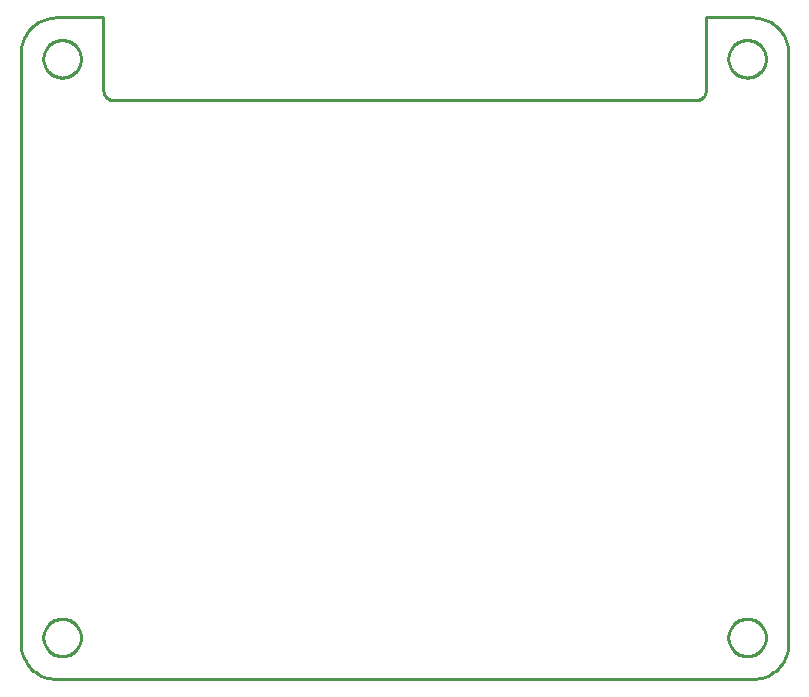
<source format=gbr>
G04 EAGLE Gerber RS-274X export*
G75*
%MOMM*%
%FSLAX34Y34*%
%LPD*%
%IN*%
%IPPOS*%
%AMOC8*
5,1,8,0,0,1.08239X$1,22.5*%
G01*
%ADD10C,0.254000*%


D10*
X-425000Y-250000D02*
X-424886Y-252615D01*
X-424544Y-255209D01*
X-423978Y-257765D01*
X-423191Y-260261D01*
X-422189Y-262679D01*
X-420981Y-265000D01*
X-419575Y-267207D01*
X-417981Y-269284D01*
X-416213Y-271213D01*
X-414284Y-272981D01*
X-412207Y-274575D01*
X-410000Y-275981D01*
X-407679Y-277189D01*
X-405261Y-278191D01*
X-402765Y-278978D01*
X-400209Y-279544D01*
X-397615Y-279886D01*
X-395000Y-280000D01*
X195000Y-280000D01*
X197615Y-279886D01*
X200210Y-279544D01*
X202765Y-278978D01*
X205261Y-278191D01*
X207679Y-277189D01*
X210000Y-275981D01*
X212207Y-274574D01*
X214284Y-272981D01*
X216213Y-271213D01*
X217981Y-269283D01*
X219575Y-267207D01*
X220981Y-265000D01*
X222189Y-262678D01*
X223191Y-260260D01*
X223978Y-257764D01*
X224544Y-255209D01*
X224886Y-252614D01*
X225000Y-249999D01*
X225000Y249999D01*
X224886Y252614D01*
X224544Y255209D01*
X223978Y257764D01*
X223191Y260260D01*
X222189Y262678D01*
X220981Y265000D01*
X219575Y267207D01*
X217981Y269283D01*
X216213Y271213D01*
X214284Y272981D01*
X212207Y274574D01*
X210000Y275981D01*
X207679Y277189D01*
X205261Y278191D01*
X202765Y278978D01*
X200210Y279544D01*
X197615Y279886D01*
X195000Y280000D01*
X155000Y280000D01*
X155000Y218128D01*
X154969Y217420D01*
X154877Y216717D01*
X154723Y216024D01*
X154510Y215348D01*
X154238Y214693D01*
X153911Y214064D01*
X153530Y213466D01*
X153098Y212903D01*
X152619Y212381D01*
X152097Y211902D01*
X151534Y211470D01*
X150936Y211089D01*
X150307Y210762D01*
X149652Y210490D01*
X148976Y210277D01*
X148283Y210123D01*
X147580Y210031D01*
X146872Y210000D01*
X-346872Y210000D01*
X-347580Y210031D01*
X-348283Y210123D01*
X-348976Y210277D01*
X-349652Y210490D01*
X-350307Y210762D01*
X-350936Y211089D01*
X-351534Y211470D01*
X-352097Y211902D01*
X-352619Y212381D01*
X-353098Y212903D01*
X-353530Y213466D01*
X-353911Y214064D01*
X-354238Y214693D01*
X-354510Y215348D01*
X-354723Y216024D01*
X-354877Y216717D01*
X-354969Y217420D01*
X-355000Y218128D01*
X-355000Y280000D01*
X-395000Y280000D01*
X-397615Y279886D01*
X-400209Y279544D01*
X-402765Y278978D01*
X-405261Y278191D01*
X-407679Y277189D01*
X-410000Y275981D01*
X-412207Y274575D01*
X-414284Y272981D01*
X-416213Y271213D01*
X-417981Y269284D01*
X-419575Y267207D01*
X-420981Y265000D01*
X-422189Y262679D01*
X-423191Y260261D01*
X-423978Y257765D01*
X-424544Y255209D01*
X-424886Y252615D01*
X-425000Y250000D01*
X-425000Y-250000D01*
X-374125Y244480D02*
X-374193Y243443D01*
X-374329Y242413D01*
X-374531Y241393D01*
X-374800Y240389D01*
X-375135Y239405D01*
X-375532Y238445D01*
X-375992Y237513D01*
X-376512Y236612D01*
X-377089Y235748D01*
X-377722Y234924D01*
X-378407Y234142D01*
X-379142Y233407D01*
X-379924Y232722D01*
X-380748Y232089D01*
X-381612Y231512D01*
X-382513Y230992D01*
X-383445Y230532D01*
X-384405Y230135D01*
X-385389Y229800D01*
X-386393Y229531D01*
X-387413Y229329D01*
X-388443Y229193D01*
X-389480Y229125D01*
X-390520Y229125D01*
X-391557Y229193D01*
X-392587Y229329D01*
X-393607Y229531D01*
X-394611Y229800D01*
X-395595Y230135D01*
X-396555Y230532D01*
X-397487Y230992D01*
X-398388Y231512D01*
X-399252Y232089D01*
X-400076Y232722D01*
X-400858Y233407D01*
X-401593Y234142D01*
X-402278Y234924D01*
X-402911Y235748D01*
X-403488Y236612D01*
X-404008Y237513D01*
X-404468Y238445D01*
X-404865Y239405D01*
X-405200Y240389D01*
X-405469Y241393D01*
X-405671Y242413D01*
X-405807Y243443D01*
X-405875Y244480D01*
X-405875Y245520D01*
X-405807Y246557D01*
X-405671Y247587D01*
X-405469Y248607D01*
X-405200Y249611D01*
X-404865Y250595D01*
X-404468Y251555D01*
X-404008Y252487D01*
X-403488Y253388D01*
X-402911Y254252D01*
X-402278Y255076D01*
X-401593Y255858D01*
X-400858Y256593D01*
X-400076Y257278D01*
X-399252Y257911D01*
X-398388Y258488D01*
X-397487Y259008D01*
X-396555Y259468D01*
X-395595Y259865D01*
X-394611Y260200D01*
X-393607Y260469D01*
X-392587Y260671D01*
X-391557Y260807D01*
X-390520Y260875D01*
X-389480Y260875D01*
X-388443Y260807D01*
X-387413Y260671D01*
X-386393Y260469D01*
X-385389Y260200D01*
X-384405Y259865D01*
X-383445Y259468D01*
X-382513Y259008D01*
X-381612Y258488D01*
X-380748Y257911D01*
X-379924Y257278D01*
X-379142Y256593D01*
X-378407Y255858D01*
X-377722Y255076D01*
X-377089Y254252D01*
X-376512Y253388D01*
X-375992Y252487D01*
X-375532Y251555D01*
X-375135Y250595D01*
X-374800Y249611D01*
X-374531Y248607D01*
X-374329Y247587D01*
X-374193Y246557D01*
X-374125Y245520D01*
X-374125Y244480D01*
X205875Y244480D02*
X205807Y243443D01*
X205671Y242413D01*
X205469Y241393D01*
X205200Y240389D01*
X204865Y239405D01*
X204468Y238445D01*
X204008Y237513D01*
X203488Y236612D01*
X202911Y235748D01*
X202278Y234924D01*
X201593Y234142D01*
X200858Y233407D01*
X200076Y232722D01*
X199252Y232089D01*
X198388Y231512D01*
X197487Y230992D01*
X196555Y230532D01*
X195595Y230135D01*
X194611Y229800D01*
X193607Y229531D01*
X192587Y229329D01*
X191557Y229193D01*
X190520Y229125D01*
X189480Y229125D01*
X188443Y229193D01*
X187413Y229329D01*
X186393Y229531D01*
X185389Y229800D01*
X184405Y230135D01*
X183445Y230532D01*
X182513Y230992D01*
X181612Y231512D01*
X180748Y232089D01*
X179924Y232722D01*
X179142Y233407D01*
X178407Y234142D01*
X177722Y234924D01*
X177089Y235748D01*
X176512Y236612D01*
X175992Y237513D01*
X175532Y238445D01*
X175135Y239405D01*
X174800Y240389D01*
X174531Y241393D01*
X174329Y242413D01*
X174193Y243443D01*
X174125Y244480D01*
X174125Y245520D01*
X174193Y246557D01*
X174329Y247587D01*
X174531Y248607D01*
X174800Y249611D01*
X175135Y250595D01*
X175532Y251555D01*
X175992Y252487D01*
X176512Y253388D01*
X177089Y254252D01*
X177722Y255076D01*
X178407Y255858D01*
X179142Y256593D01*
X179924Y257278D01*
X180748Y257911D01*
X181612Y258488D01*
X182513Y259008D01*
X183445Y259468D01*
X184405Y259865D01*
X185389Y260200D01*
X186393Y260469D01*
X187413Y260671D01*
X188443Y260807D01*
X189480Y260875D01*
X190520Y260875D01*
X191557Y260807D01*
X192587Y260671D01*
X193607Y260469D01*
X194611Y260200D01*
X195595Y259865D01*
X196555Y259468D01*
X197487Y259008D01*
X198388Y258488D01*
X199252Y257911D01*
X200076Y257278D01*
X200858Y256593D01*
X201593Y255858D01*
X202278Y255076D01*
X202911Y254252D01*
X203488Y253388D01*
X204008Y252487D01*
X204468Y251555D01*
X204865Y250595D01*
X205200Y249611D01*
X205469Y248607D01*
X205671Y247587D01*
X205807Y246557D01*
X205875Y245520D01*
X205875Y244480D01*
X205875Y-245520D02*
X205807Y-246557D01*
X205671Y-247587D01*
X205469Y-248607D01*
X205200Y-249611D01*
X204865Y-250595D01*
X204468Y-251555D01*
X204008Y-252487D01*
X203488Y-253388D01*
X202911Y-254252D01*
X202278Y-255076D01*
X201593Y-255858D01*
X200858Y-256593D01*
X200076Y-257278D01*
X199252Y-257911D01*
X198388Y-258488D01*
X197487Y-259008D01*
X196555Y-259468D01*
X195595Y-259865D01*
X194611Y-260200D01*
X193607Y-260469D01*
X192587Y-260671D01*
X191557Y-260807D01*
X190520Y-260875D01*
X189480Y-260875D01*
X188443Y-260807D01*
X187413Y-260671D01*
X186393Y-260469D01*
X185389Y-260200D01*
X184405Y-259865D01*
X183445Y-259468D01*
X182513Y-259008D01*
X181612Y-258488D01*
X180748Y-257911D01*
X179924Y-257278D01*
X179142Y-256593D01*
X178407Y-255858D01*
X177722Y-255076D01*
X177089Y-254252D01*
X176512Y-253388D01*
X175992Y-252487D01*
X175532Y-251555D01*
X175135Y-250595D01*
X174800Y-249611D01*
X174531Y-248607D01*
X174329Y-247587D01*
X174193Y-246557D01*
X174125Y-245520D01*
X174125Y-244480D01*
X174193Y-243443D01*
X174329Y-242413D01*
X174531Y-241393D01*
X174800Y-240389D01*
X175135Y-239405D01*
X175532Y-238445D01*
X175992Y-237513D01*
X176512Y-236612D01*
X177089Y-235748D01*
X177722Y-234924D01*
X178407Y-234142D01*
X179142Y-233407D01*
X179924Y-232722D01*
X180748Y-232089D01*
X181612Y-231512D01*
X182513Y-230992D01*
X183445Y-230532D01*
X184405Y-230135D01*
X185389Y-229800D01*
X186393Y-229531D01*
X187413Y-229329D01*
X188443Y-229193D01*
X189480Y-229125D01*
X190520Y-229125D01*
X191557Y-229193D01*
X192587Y-229329D01*
X193607Y-229531D01*
X194611Y-229800D01*
X195595Y-230135D01*
X196555Y-230532D01*
X197487Y-230992D01*
X198388Y-231512D01*
X199252Y-232089D01*
X200076Y-232722D01*
X200858Y-233407D01*
X201593Y-234142D01*
X202278Y-234924D01*
X202911Y-235748D01*
X203488Y-236612D01*
X204008Y-237513D01*
X204468Y-238445D01*
X204865Y-239405D01*
X205200Y-240389D01*
X205469Y-241393D01*
X205671Y-242413D01*
X205807Y-243443D01*
X205875Y-244480D01*
X205875Y-245520D01*
X-374125Y-245520D02*
X-374193Y-246557D01*
X-374329Y-247587D01*
X-374531Y-248607D01*
X-374800Y-249611D01*
X-375135Y-250595D01*
X-375532Y-251555D01*
X-375992Y-252487D01*
X-376512Y-253388D01*
X-377089Y-254252D01*
X-377722Y-255076D01*
X-378407Y-255858D01*
X-379142Y-256593D01*
X-379924Y-257278D01*
X-380748Y-257911D01*
X-381612Y-258488D01*
X-382513Y-259008D01*
X-383445Y-259468D01*
X-384405Y-259865D01*
X-385389Y-260200D01*
X-386393Y-260469D01*
X-387413Y-260671D01*
X-388443Y-260807D01*
X-389480Y-260875D01*
X-390520Y-260875D01*
X-391557Y-260807D01*
X-392587Y-260671D01*
X-393607Y-260469D01*
X-394611Y-260200D01*
X-395595Y-259865D01*
X-396555Y-259468D01*
X-397487Y-259008D01*
X-398388Y-258488D01*
X-399252Y-257911D01*
X-400076Y-257278D01*
X-400858Y-256593D01*
X-401593Y-255858D01*
X-402278Y-255076D01*
X-402911Y-254252D01*
X-403488Y-253388D01*
X-404008Y-252487D01*
X-404468Y-251555D01*
X-404865Y-250595D01*
X-405200Y-249611D01*
X-405469Y-248607D01*
X-405671Y-247587D01*
X-405807Y-246557D01*
X-405875Y-245520D01*
X-405875Y-244480D01*
X-405807Y-243443D01*
X-405671Y-242413D01*
X-405469Y-241393D01*
X-405200Y-240389D01*
X-404865Y-239405D01*
X-404468Y-238445D01*
X-404008Y-237513D01*
X-403488Y-236612D01*
X-402911Y-235748D01*
X-402278Y-234924D01*
X-401593Y-234142D01*
X-400858Y-233407D01*
X-400076Y-232722D01*
X-399252Y-232089D01*
X-398388Y-231512D01*
X-397487Y-230992D01*
X-396555Y-230532D01*
X-395595Y-230135D01*
X-394611Y-229800D01*
X-393607Y-229531D01*
X-392587Y-229329D01*
X-391557Y-229193D01*
X-390520Y-229125D01*
X-389480Y-229125D01*
X-388443Y-229193D01*
X-387413Y-229329D01*
X-386393Y-229531D01*
X-385389Y-229800D01*
X-384405Y-230135D01*
X-383445Y-230532D01*
X-382513Y-230992D01*
X-381612Y-231512D01*
X-380748Y-232089D01*
X-379924Y-232722D01*
X-379142Y-233407D01*
X-378407Y-234142D01*
X-377722Y-234924D01*
X-377089Y-235748D01*
X-376512Y-236612D01*
X-375992Y-237513D01*
X-375532Y-238445D01*
X-375135Y-239405D01*
X-374800Y-240389D01*
X-374531Y-241393D01*
X-374329Y-242413D01*
X-374193Y-243443D01*
X-374125Y-244480D01*
X-374125Y-245520D01*
M02*

</source>
